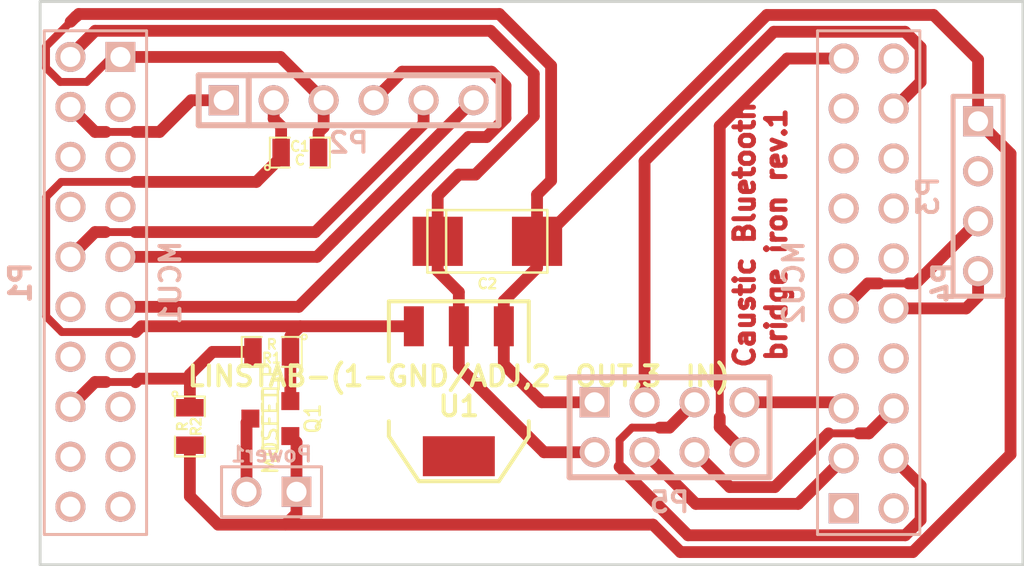
<source format=kicad_pcb>
(kicad_pcb (version 3) (host pcbnew "(2013-may-18)-stable")

  (general
    (links 31)
    (no_connects 0)
    (area 0 0 0 0)
    (thickness 1.6)
    (drawings 7)
    (tracks 165)
    (zones 0)
    (modules 12)
    (nets 18)
  )

  (page A3)
  (layers
    (15 F.Cu signal)
    (0 B.Cu signal)
    (16 B.Adhes user)
    (17 F.Adhes user)
    (18 B.Paste user)
    (19 F.Paste user)
    (20 B.SilkS user)
    (21 F.SilkS user)
    (22 B.Mask user)
    (23 F.Mask user)
    (24 Dwgs.User user)
    (25 Cmts.User user)
    (26 Eco1.User user)
    (27 Eco2.User user)
    (28 Edge.Cuts user)
  )

  (setup
    (last_trace_width 0.6)
    (trace_clearance 0.254)
    (zone_clearance 0.508)
    (zone_45_only no)
    (trace_min 0.254)
    (segment_width 0.2)
    (edge_width 0.15)
    (via_size 0.889)
    (via_drill 0.635)
    (via_min_size 0.889)
    (via_min_drill 0.508)
    (uvia_size 0.508)
    (uvia_drill 0.127)
    (uvias_allowed no)
    (uvia_min_size 0.508)
    (uvia_min_drill 0.127)
    (pcb_text_width 0.3)
    (pcb_text_size 1 1)
    (mod_edge_width 0.15)
    (mod_text_size 1 1)
    (mod_text_width 0.15)
    (pad_size 1 1)
    (pad_drill 0.6)
    (pad_to_mask_clearance 0)
    (aux_axis_origin 0 0)
    (visible_elements FFFFFFBF)
    (pcbplotparams
      (layerselection 3178497)
      (usegerberextensions true)
      (excludeedgelayer true)
      (linewidth 0.150000)
      (plotframeref false)
      (viasonmask false)
      (mode 1)
      (useauxorigin false)
      (hpglpennumber 1)
      (hpglpenspeed 20)
      (hpglpendiameter 15)
      (hpglpenoverlay 2)
      (psnegative false)
      (psa4output false)
      (plotreference true)
      (plotvalue true)
      (plotothertext true)
      (plotinvisibletext false)
      (padsonsilk false)
      (subtractmaskfromsilk false)
      (outputformat 1)
      (mirror false)
      (drillshape 1)
      (scaleselection 1)
      (outputdirectory ""))
  )

  (net 0 "")
  (net 1 +3.3V)
  (net 2 +BATT)
  (net 3 GND)
  (net 4 N-000001)
  (net 5 N-0000010)
  (net 6 N-0000011)
  (net 7 N-0000012)
  (net 8 N-0000013)
  (net 9 N-0000014)
  (net 10 N-0000015)
  (net 11 N-0000017)
  (net 12 N-0000038)
  (net 13 N-000005)
  (net 14 N-000006)
  (net 15 N-000007)
  (net 16 N-000008)
  (net 17 N-000009)

  (net_class Default "This is the default net class."
    (clearance 0.254)
    (trace_width 0.6)
    (via_dia 0.889)
    (via_drill 0.635)
    (uvia_dia 0.508)
    (uvia_drill 0.127)
    (add_net "")
    (add_net +3.3V)
    (add_net +BATT)
    (add_net GND)
    (add_net N-000001)
    (add_net N-0000010)
    (add_net N-0000011)
    (add_net N-0000012)
    (add_net N-0000013)
    (add_net N-0000014)
    (add_net N-0000015)
    (add_net N-0000017)
    (add_net N-0000038)
    (add_net N-000005)
    (add_net N-000006)
    (add_net N-000007)
    (add_net N-000008)
    (add_net N-000009)
  )

  (module SOT23GDS (layer F.Cu) (tedit 50911E03) (tstamp 55EAE32E)
    (at 74.39 66.01 270)
    (descr "Module CMS SOT23 Transistore EBC")
    (tags "CMS SOT")
    (path /55EADD1E)
    (attr smd)
    (fp_text reference Q1 (at 0 -2.159 270) (layer F.SilkS)
      (effects (font (size 0.762 0.762) (thickness 0.12954)))
    )
    (fp_text value MOSFET_P (at 0 0 270) (layer F.SilkS)
      (effects (font (size 0.762 0.762) (thickness 0.12954)))
    )
    (fp_line (start -1.524 -0.381) (end 1.524 -0.381) (layer F.SilkS) (width 0.11938))
    (fp_line (start 1.524 -0.381) (end 1.524 0.381) (layer F.SilkS) (width 0.11938))
    (fp_line (start 1.524 0.381) (end -1.524 0.381) (layer F.SilkS) (width 0.11938))
    (fp_line (start -1.524 0.381) (end -1.524 -0.381) (layer F.SilkS) (width 0.11938))
    (pad S smd rect (at -0.889 -1.016 270) (size 0.9144 0.9144)
      (layers F.Cu F.Paste F.Mask)
      (net 2 +BATT)
    )
    (pad G smd rect (at 0.889 -1.016 270) (size 0.9144 0.9144)
      (layers F.Cu F.Paste F.Mask)
      (net 3 GND)
    )
    (pad D smd rect (at 0 1.016 270) (size 0.9144 0.9144)
      (layers F.Cu F.Paste F.Mask)
      (net 9 N-0000014)
    )
    (model smd/cms_sot23.wrl
      (at (xyz 0 0 0))
      (scale (xyz 0.13 0.15 0.15))
      (rotate (xyz 0 0 0))
    )
  )

  (module SOT223 (layer F.Cu) (tedit 200000) (tstamp 55EAE368)
    (at 83.97 64.62 180)
    (descr "module CMS SOT223 4 pins")
    (tags "CMS SOT")
    (path /55EAD15D)
    (attr smd)
    (fp_text reference U1 (at 0 -0.762 180) (layer F.SilkS)
      (effects (font (size 1.016 1.016) (thickness 0.2032)))
    )
    (fp_text value "LINSTAB-(1-GND/ADJ,2-OUT,3-IN)" (at 0 0.762 180) (layer F.SilkS)
      (effects (font (size 1.016 1.016) (thickness 0.2032)))
    )
    (fp_line (start -3.556 1.524) (end -3.556 4.572) (layer F.SilkS) (width 0.2032))
    (fp_line (start -3.556 4.572) (end 3.556 4.572) (layer F.SilkS) (width 0.2032))
    (fp_line (start 3.556 4.572) (end 3.556 1.524) (layer F.SilkS) (width 0.2032))
    (fp_line (start -3.556 -1.524) (end -3.556 -2.286) (layer F.SilkS) (width 0.2032))
    (fp_line (start -3.556 -2.286) (end -2.032 -4.572) (layer F.SilkS) (width 0.2032))
    (fp_line (start -2.032 -4.572) (end 2.032 -4.572) (layer F.SilkS) (width 0.2032))
    (fp_line (start 2.032 -4.572) (end 3.556 -2.286) (layer F.SilkS) (width 0.2032))
    (fp_line (start 3.556 -2.286) (end 3.556 -1.524) (layer F.SilkS) (width 0.2032))
    (pad 4 smd rect (at 0 -3.302 180) (size 3.6576 2.032)
      (layers F.Cu F.Paste F.Mask)
    )
    (pad 2 smd rect (at 0 3.302 180) (size 1.016 2.032)
      (layers F.Cu F.Paste F.Mask)
      (net 1 +3.3V)
    )
    (pad 3 smd rect (at 2.286 3.302 180) (size 1.016 2.032)
      (layers F.Cu F.Paste F.Mask)
      (net 2 +BATT)
    )
    (pad 1 smd rect (at -2.286 3.302 180) (size 1.016 2.032)
      (layers F.Cu F.Paste F.Mask)
      (net 3 GND)
    )
    (model smd/SOT223.wrl
      (at (xyz 0 0 0))
      (scale (xyz 0.4 0.4 0.4))
      (rotate (xyz 0 0 0))
    )
  )

  (module SM0805 (layer F.Cu) (tedit 5091495C) (tstamp 55EAE5DC)
    (at 74.46 62.62 180)
    (path /55EAD8EA)
    (attr smd)
    (fp_text reference R1 (at 0 -0.3175 180) (layer F.SilkS)
      (effects (font (size 0.50038 0.50038) (thickness 0.10922)))
    )
    (fp_text value R (at 0 0.381 180) (layer F.SilkS)
      (effects (font (size 0.50038 0.50038) (thickness 0.10922)))
    )
    (fp_circle (center -1.651 0.762) (end -1.651 0.635) (layer F.SilkS) (width 0.09906))
    (fp_line (start -0.508 0.762) (end -1.524 0.762) (layer F.SilkS) (width 0.09906))
    (fp_line (start -1.524 0.762) (end -1.524 -0.762) (layer F.SilkS) (width 0.09906))
    (fp_line (start -1.524 -0.762) (end -0.508 -0.762) (layer F.SilkS) (width 0.09906))
    (fp_line (start 0.508 -0.762) (end 1.524 -0.762) (layer F.SilkS) (width 0.09906))
    (fp_line (start 1.524 -0.762) (end 1.524 0.762) (layer F.SilkS) (width 0.09906))
    (fp_line (start 1.524 0.762) (end 0.508 0.762) (layer F.SilkS) (width 0.09906))
    (pad 1 smd rect (at -0.9525 0 180) (size 0.889 1.397)
      (layers F.Cu F.Paste F.Mask)
      (net 2 +BATT)
    )
    (pad 2 smd rect (at 0.9525 0 180) (size 0.889 1.397)
      (layers F.Cu F.Paste F.Mask)
      (net 12 N-0000038)
    )
    (model smd/chip_cms.wrl
      (at (xyz 0 0 0))
      (scale (xyz 0.1 0.1 0.1))
      (rotate (xyz 0 0 0))
    )
  )

  (module SM0805 (layer F.Cu) (tedit 5091495C) (tstamp 55EAE5EA)
    (at 70.3 66.41 270)
    (path /55EAD8F9)
    (attr smd)
    (fp_text reference R2 (at 0 -0.3175 270) (layer F.SilkS)
      (effects (font (size 0.50038 0.50038) (thickness 0.10922)))
    )
    (fp_text value R (at 0 0.381 270) (layer F.SilkS)
      (effects (font (size 0.50038 0.50038) (thickness 0.10922)))
    )
    (fp_circle (center -1.651 0.762) (end -1.651 0.635) (layer F.SilkS) (width 0.09906))
    (fp_line (start -0.508 0.762) (end -1.524 0.762) (layer F.SilkS) (width 0.09906))
    (fp_line (start -1.524 0.762) (end -1.524 -0.762) (layer F.SilkS) (width 0.09906))
    (fp_line (start -1.524 -0.762) (end -0.508 -0.762) (layer F.SilkS) (width 0.09906))
    (fp_line (start 0.508 -0.762) (end 1.524 -0.762) (layer F.SilkS) (width 0.09906))
    (fp_line (start 1.524 -0.762) (end 1.524 0.762) (layer F.SilkS) (width 0.09906))
    (fp_line (start 1.524 0.762) (end 0.508 0.762) (layer F.SilkS) (width 0.09906))
    (pad 1 smd rect (at -0.9525 0 270) (size 0.889 1.397)
      (layers F.Cu F.Paste F.Mask)
      (net 12 N-0000038)
    )
    (pad 2 smd rect (at 0.9525 0 270) (size 0.889 1.397)
      (layers F.Cu F.Paste F.Mask)
      (net 3 GND)
    )
    (model smd/chip_cms.wrl
      (at (xyz 0 0 0))
      (scale (xyz 0.1 0.1 0.1))
      (rotate (xyz 0 0 0))
    )
  )

  (module SM0805 (layer F.Cu) (tedit 5091495C) (tstamp 55EADF8C)
    (at 75.89 52.49)
    (path /55EADD1A)
    (attr smd)
    (fp_text reference C1 (at 0 -0.3175) (layer F.SilkS)
      (effects (font (size 0.50038 0.50038) (thickness 0.10922)))
    )
    (fp_text value C (at 0 0.381) (layer F.SilkS)
      (effects (font (size 0.50038 0.50038) (thickness 0.10922)))
    )
    (fp_circle (center -1.651 0.762) (end -1.651 0.635) (layer F.SilkS) (width 0.09906))
    (fp_line (start -0.508 0.762) (end -1.524 0.762) (layer F.SilkS) (width 0.09906))
    (fp_line (start -1.524 0.762) (end -1.524 -0.762) (layer F.SilkS) (width 0.09906))
    (fp_line (start -1.524 -0.762) (end -0.508 -0.762) (layer F.SilkS) (width 0.09906))
    (fp_line (start 0.508 -0.762) (end 1.524 -0.762) (layer F.SilkS) (width 0.09906))
    (fp_line (start 1.524 -0.762) (end 1.524 0.762) (layer F.SilkS) (width 0.09906))
    (fp_line (start 1.524 0.762) (end 0.508 0.762) (layer F.SilkS) (width 0.09906))
    (pad 1 smd rect (at -0.9525 0) (size 0.889 1.397)
      (layers F.Cu F.Paste F.Mask)
      (net 2 +BATT)
    )
    (pad 2 smd rect (at 0.9525 0) (size 0.889 1.397)
      (layers F.Cu F.Paste F.Mask)
      (net 3 GND)
    )
    (model smd/chip_cms.wrl
      (at (xyz 0 0 0))
      (scale (xyz 0.1 0.1 0.1))
      (rotate (xyz 0 0 0))
    )
  )

  (module pin_array_4x2 (layer B.Cu) (tedit 3FAB90E6) (tstamp 55EAE243)
    (at 94.68 66.45)
    (descr "Double rangee de contacts 2 x 4 pins")
    (tags CONN)
    (path /55EAD994)
    (fp_text reference P5 (at 0 3.81) (layer B.SilkS)
      (effects (font (size 1.016 1.016) (thickness 0.2032)) (justify mirror))
    )
    (fp_text value NRF24L01 (at 0 -3.81) (layer B.SilkS) hide
      (effects (font (size 1.016 1.016) (thickness 0.2032)) (justify mirror))
    )
    (fp_line (start -5.08 2.54) (end 5.08 2.54) (layer B.SilkS) (width 0.3048))
    (fp_line (start 5.08 2.54) (end 5.08 -2.54) (layer B.SilkS) (width 0.3048))
    (fp_line (start 5.08 -2.54) (end -5.08 -2.54) (layer B.SilkS) (width 0.3048))
    (fp_line (start -5.08 -2.54) (end -5.08 2.54) (layer B.SilkS) (width 0.3048))
    (pad 1 thru_hole rect (at -3.81 -1.27) (size 1.524 1.524) (drill 1.016)
      (layers *.Cu *.Mask B.SilkS)
      (net 3 GND)
    )
    (pad 2 thru_hole circle (at -3.81 1.27) (size 1.524 1.524) (drill 1.016)
      (layers *.Cu *.Mask B.SilkS)
      (net 1 +3.3V)
    )
    (pad 3 thru_hole circle (at -1.27 -1.27) (size 1.524 1.524) (drill 1.016)
      (layers *.Cu *.Mask B.SilkS)
      (net 4 N-000001)
    )
    (pad 4 thru_hole circle (at -1.27 1.27) (size 1.524 1.524) (drill 1.016)
      (layers *.Cu *.Mask B.SilkS)
      (net 6 N-0000011)
    )
    (pad 5 thru_hole circle (at 1.27 -1.27) (size 1.524 1.524) (drill 1.016)
      (layers *.Cu *.Mask B.SilkS)
      (net 15 N-000007)
    )
    (pad 6 thru_hole circle (at 1.27 1.27) (size 1.524 1.524) (drill 1.016)
      (layers *.Cu *.Mask B.SilkS)
      (net 16 N-000008)
    )
    (pad 7 thru_hole circle (at 3.81 -1.27) (size 1.524 1.524) (drill 1.016)
      (layers *.Cu *.Mask B.SilkS)
      (net 17 N-000009)
    )
    (pad 8 thru_hole circle (at 3.81 1.27) (size 1.524 1.524) (drill 1.016)
      (layers *.Cu *.Mask B.SilkS)
      (net 5 N-0000010)
    )
    (model pin_array/pins_array_4x2.wrl
      (at (xyz 0 0 0))
      (scale (xyz 1 1 1))
      (rotate (xyz 0 0 0))
    )
  )

  (module PIN_ARRAY_4x1 (layer B.Cu) (tedit 4C10F42E) (tstamp 55EADFA8)
    (at 110.36 54.71 270)
    (descr "Double rangee de contacts 2 x 5 pins")
    (tags CONN)
    (path /55EADADC)
    (fp_text reference P3 (at 0 2.54 270) (layer B.SilkS)
      (effects (font (size 1.016 1.016) (thickness 0.2032)) (justify mirror))
    )
    (fp_text value UART1 (at 0 -2.54 270) (layer B.SilkS) hide
      (effects (font (size 1.016 1.016) (thickness 0.2032)) (justify mirror))
    )
    (fp_line (start 5.08 -1.27) (end -5.08 -1.27) (layer B.SilkS) (width 0.254))
    (fp_line (start 5.08 1.27) (end -5.08 1.27) (layer B.SilkS) (width 0.254))
    (fp_line (start -5.08 1.27) (end -5.08 -1.27) (layer B.SilkS) (width 0.254))
    (fp_line (start 5.08 -1.27) (end 5.08 1.27) (layer B.SilkS) (width 0.254))
    (pad 1 thru_hole rect (at -3.81 0 270) (size 1.524 1.524) (drill 1.016)
      (layers *.Cu *.Mask B.SilkS)
      (net 3 GND)
    )
    (pad 2 thru_hole circle (at -1.27 0 270) (size 1.524 1.524) (drill 1.016)
      (layers *.Cu *.Mask B.SilkS)
    )
    (pad 3 thru_hole circle (at 1.27 0 270) (size 1.524 1.524) (drill 1.016)
      (layers *.Cu *.Mask B.SilkS)
      (net 13 N-000005)
    )
    (pad 4 thru_hole circle (at 3.81 0 270) (size 1.524 1.524) (drill 1.016)
      (layers *.Cu *.Mask B.SilkS)
      (net 14 N-000006)
    )
    (model pin_array\pins_array_4x1.wrl
      (at (xyz 0 0 0))
      (scale (xyz 1 1 1))
      (rotate (xyz 0 0 0))
    )
  )

  (module PIN_ARRAY_2X1 (layer B.Cu) (tedit 4565C520) (tstamp 55EADFB2)
    (at 74.45 69.73 180)
    (descr "Connecteurs 2 pins")
    (tags "CONN DEV")
    (path /55EAD16C)
    (fp_text reference Power1 (at 0 1.905 180) (layer B.SilkS)
      (effects (font (size 0.762 0.762) (thickness 0.1524)) (justify mirror))
    )
    (fp_text value CONN_2 (at 0 1.905 180) (layer B.SilkS) hide
      (effects (font (size 0.762 0.762) (thickness 0.1524)) (justify mirror))
    )
    (fp_line (start -2.54 -1.27) (end -2.54 1.27) (layer B.SilkS) (width 0.1524))
    (fp_line (start -2.54 1.27) (end 2.54 1.27) (layer B.SilkS) (width 0.1524))
    (fp_line (start 2.54 1.27) (end 2.54 -1.27) (layer B.SilkS) (width 0.1524))
    (fp_line (start 2.54 -1.27) (end -2.54 -1.27) (layer B.SilkS) (width 0.1524))
    (pad 1 thru_hole rect (at -1.27 0 180) (size 1.524 1.524) (drill 1.016)
      (layers *.Cu *.Mask B.SilkS)
      (net 3 GND)
    )
    (pad 2 thru_hole circle (at 1.27 0 180) (size 1.524 1.524) (drill 1.016)
      (layers *.Cu *.Mask B.SilkS)
      (net 9 N-0000014)
    )
    (model pin_array/pins_array_2x1.wrl
      (at (xyz 0 0 0))
      (scale (xyz 1 1 1))
      (rotate (xyz 0 0 0))
    )
  )

  (module pin_array_10x2 (layer B.Cu) (tedit 5564B49A) (tstamp 55EADFCE)
    (at 65.5 59.1 270)
    (tags CONN)
    (path /55EAD13E)
    (fp_text reference P1 (at 0 3.81 270) (layer B.SilkS)
      (effects (font (size 1.016 1.016) (thickness 0.254)) (justify mirror))
    )
    (fp_text value MCU1 (at 0 -3.81 270) (layer B.SilkS)
      (effects (font (size 1.016 1.016) (thickness 0.2032)) (justify mirror))
    )
    (fp_line (start -12.8 2.6) (end 12.8 2.6) (layer B.SilkS) (width 0.15))
    (fp_line (start 12.8 2.6) (end 12.8 -2.6) (layer B.SilkS) (width 0.15))
    (fp_line (start 12.8 -2.6) (end -12.8 -2.6) (layer B.SilkS) (width 0.15))
    (fp_line (start -12.8 -2.6) (end -12.8 2.6) (layer B.SilkS) (width 0.15))
    (pad 1 thru_hole rect (at -11.47 -1.27 270) (size 1.524 1.524) (drill 1.016)
      (layers *.Cu *.Mask B.SilkS)
      (net 3 GND)
    )
    (pad 2 thru_hole circle (at -11.47 1.27 270) (size 1.524 1.524) (drill 1.016)
      (layers *.Cu *.Mask B.SilkS)
      (net 1 +3.3V)
    )
    (pad 3 thru_hole circle (at -8.93 -1.27 270) (size 1.524 1.524) (drill 1.016)
      (layers *.Cu *.Mask B.SilkS)
    )
    (pad 4 thru_hole circle (at -8.93 1.27 270) (size 1.524 1.524) (drill 1.016)
      (layers *.Cu *.Mask B.SilkS)
      (net 8 N-0000013)
    )
    (pad 5 thru_hole circle (at -6.39 -1.27 270) (size 1.524 1.524) (drill 1.016)
      (layers *.Cu *.Mask B.SilkS)
    )
    (pad 6 thru_hole circle (at -6.39 1.27 270) (size 1.524 1.524) (drill 1.016)
      (layers *.Cu *.Mask B.SilkS)
    )
    (pad 7 thru_hole circle (at -3.85 -1.27 270) (size 1.524 1.524) (drill 1.016)
      (layers *.Cu *.Mask B.SilkS)
    )
    (pad 8 thru_hole circle (at -3.85 1.27 270) (size 1.524 1.524) (drill 1.016)
      (layers *.Cu *.Mask B.SilkS)
    )
    (pad 9 thru_hole circle (at -1.31 -1.27 270) (size 1.524 1.524) (drill 1.016)
      (layers *.Cu *.Mask B.SilkS)
      (net 7 N-0000012)
    )
    (pad 10 thru_hole circle (at -1.31 1.27 270) (size 1.524 1.524) (drill 1.016)
      (layers *.Cu *.Mask B.SilkS)
      (net 11 N-0000017)
    )
    (pad 11 thru_hole circle (at 1.23 -1.27 270) (size 1.524 1.524) (drill 1.016)
      (layers *.Cu *.Mask B.SilkS)
      (net 10 N-0000015)
    )
    (pad 12 thru_hole circle (at 1.23 1.27 270) (size 1.524 1.524) (drill 1.016)
      (layers *.Cu *.Mask B.SilkS)
    )
    (pad 13 thru_hole circle (at 3.77 -1.27 270) (size 1.524 1.524) (drill 1.016)
      (layers *.Cu *.Mask B.SilkS)
    )
    (pad 14 thru_hole circle (at 3.77 1.27 270) (size 1.524 1.524) (drill 1.016)
      (layers *.Cu *.Mask B.SilkS)
    )
    (pad 15 thru_hole circle (at 6.31 -1.27 270) (size 1.524 1.524) (drill 1.016)
      (layers *.Cu *.Mask B.SilkS)
    )
    (pad 16 thru_hole circle (at 6.31 1.27 270) (size 1.524 1.524) (drill 1.016)
      (layers *.Cu *.Mask B.SilkS)
      (net 12 N-0000038)
    )
    (pad 17 thru_hole circle (at 8.85 -1.27 270) (size 1.524 1.524) (drill 1.016)
      (layers *.Cu *.Mask B.SilkS)
    )
    (pad 18 thru_hole circle (at 8.85 1.27 270) (size 1.524 1.524) (drill 1.016)
      (layers *.Cu *.Mask B.SilkS)
    )
    (pad 19 thru_hole circle (at 11.39 -1.27 270) (size 1.524 1.524) (drill 1.016)
      (layers *.Cu *.Mask B.SilkS)
    )
    (pad 20 thru_hole circle (at 11.39 1.27 270) (size 1.524 1.524) (drill 1.016)
      (layers *.Cu *.Mask B.SilkS)
    )
  )

  (module pin_array_10x2 (layer B.Cu) (tedit 5564B49A) (tstamp 55EADFEA)
    (at 104.8 59.1 90)
    (tags CONN)
    (path /55EAD14D)
    (fp_text reference P4 (at 0 3.81 90) (layer B.SilkS)
      (effects (font (size 1.016 1.016) (thickness 0.254)) (justify mirror))
    )
    (fp_text value MCU2 (at 0 -3.81 90) (layer B.SilkS)
      (effects (font (size 1.016 1.016) (thickness 0.2032)) (justify mirror))
    )
    (fp_line (start -12.8 2.6) (end 12.8 2.6) (layer B.SilkS) (width 0.15))
    (fp_line (start 12.8 2.6) (end 12.8 -2.6) (layer B.SilkS) (width 0.15))
    (fp_line (start 12.8 -2.6) (end -12.8 -2.6) (layer B.SilkS) (width 0.15))
    (fp_line (start -12.8 -2.6) (end -12.8 2.6) (layer B.SilkS) (width 0.15))
    (pad 1 thru_hole rect (at -11.47 -1.27 90) (size 1.524 1.524) (drill 1.016)
      (layers *.Cu *.Mask B.SilkS)
    )
    (pad 2 thru_hole circle (at -11.47 1.27 90) (size 1.524 1.524) (drill 1.016)
      (layers *.Cu *.Mask B.SilkS)
    )
    (pad 3 thru_hole circle (at -8.93 -1.27 90) (size 1.524 1.524) (drill 1.016)
      (layers *.Cu *.Mask B.SilkS)
      (net 6 N-0000011)
    )
    (pad 4 thru_hole circle (at -8.93 1.27 90) (size 1.524 1.524) (drill 1.016)
      (layers *.Cu *.Mask B.SilkS)
      (net 15 N-000007)
    )
    (pad 5 thru_hole circle (at -6.39 -1.27 90) (size 1.524 1.524) (drill 1.016)
      (layers *.Cu *.Mask B.SilkS)
      (net 17 N-000009)
    )
    (pad 6 thru_hole circle (at -6.39 1.27 90) (size 1.524 1.524) (drill 1.016)
      (layers *.Cu *.Mask B.SilkS)
      (net 16 N-000008)
    )
    (pad 7 thru_hole circle (at -3.85 -1.27 90) (size 1.524 1.524) (drill 1.016)
      (layers *.Cu *.Mask B.SilkS)
    )
    (pad 8 thru_hole circle (at -3.85 1.27 90) (size 1.524 1.524) (drill 1.016)
      (layers *.Cu *.Mask B.SilkS)
    )
    (pad 9 thru_hole circle (at -1.31 -1.27 90) (size 1.524 1.524) (drill 1.016)
      (layers *.Cu *.Mask B.SilkS)
      (net 13 N-000005)
    )
    (pad 10 thru_hole circle (at -1.31 1.27 90) (size 1.524 1.524) (drill 1.016)
      (layers *.Cu *.Mask B.SilkS)
      (net 14 N-000006)
    )
    (pad 11 thru_hole circle (at 1.23 -1.27 90) (size 1.524 1.524) (drill 1.016)
      (layers *.Cu *.Mask B.SilkS)
    )
    (pad 12 thru_hole circle (at 1.23 1.27 90) (size 1.524 1.524) (drill 1.016)
      (layers *.Cu *.Mask B.SilkS)
    )
    (pad 13 thru_hole circle (at 3.77 -1.27 90) (size 1.524 1.524) (drill 1.016)
      (layers *.Cu *.Mask B.SilkS)
    )
    (pad 14 thru_hole circle (at 3.77 1.27 90) (size 1.524 1.524) (drill 1.016)
      (layers *.Cu *.Mask B.SilkS)
    )
    (pad 15 thru_hole circle (at 6.31 -1.27 90) (size 1.524 1.524) (drill 1.016)
      (layers *.Cu *.Mask B.SilkS)
    )
    (pad 16 thru_hole circle (at 6.31 1.27 90) (size 1.524 1.524) (drill 1.016)
      (layers *.Cu *.Mask B.SilkS)
    )
    (pad 17 thru_hole circle (at 8.85 -1.27 90) (size 1.524 1.524) (drill 1.016)
      (layers *.Cu *.Mask B.SilkS)
    )
    (pad 18 thru_hole circle (at 8.85 1.27 90) (size 1.524 1.524) (drill 1.016)
      (layers *.Cu *.Mask B.SilkS)
      (net 4 N-000001)
    )
    (pad 19 thru_hole circle (at 11.39 -1.27 90) (size 1.524 1.524) (drill 1.016)
      (layers *.Cu *.Mask B.SilkS)
      (net 5 N-0000010)
    )
    (pad 20 thru_hole circle (at 11.39 1.27 90) (size 1.524 1.524) (drill 1.016)
      (layers *.Cu *.Mask B.SilkS)
    )
  )

  (module PIN_ARRAY-6X1 (layer B.Cu) (tedit 41402119) (tstamp 55EADFF9)
    (at 78.37 49.83)
    (descr "Connecteur 6 pins")
    (tags "CONN DEV")
    (path /55EADB8E)
    (fp_text reference P2 (at 0 2.159) (layer B.SilkS)
      (effects (font (size 1.016 1.016) (thickness 0.2032)) (justify mirror))
    )
    (fp_text value Bluetooth (at 0 -2.159) (layer B.SilkS) hide
      (effects (font (size 1.016 0.889) (thickness 0.2032)) (justify mirror))
    )
    (fp_line (start -7.62 -1.27) (end -7.62 1.27) (layer B.SilkS) (width 0.3048))
    (fp_line (start -7.62 1.27) (end 7.62 1.27) (layer B.SilkS) (width 0.3048))
    (fp_line (start 7.62 1.27) (end 7.62 -1.27) (layer B.SilkS) (width 0.3048))
    (fp_line (start 7.62 -1.27) (end -7.62 -1.27) (layer B.SilkS) (width 0.3048))
    (fp_line (start -5.08 -1.27) (end -5.08 1.27) (layer B.SilkS) (width 0.3048))
    (pad 1 thru_hole rect (at -6.35 0) (size 1.524 1.524) (drill 1.016)
      (layers *.Cu *.Mask B.SilkS)
      (net 8 N-0000013)
    )
    (pad 2 thru_hole circle (at -3.81 0) (size 1.524 1.524) (drill 1.016)
      (layers *.Cu *.Mask B.SilkS)
      (net 2 +BATT)
    )
    (pad 3 thru_hole circle (at -1.27 0) (size 1.524 1.524) (drill 1.016)
      (layers *.Cu *.Mask B.SilkS)
      (net 3 GND)
    )
    (pad 4 thru_hole circle (at 1.27 0) (size 1.524 1.524) (drill 1.016)
      (layers *.Cu *.Mask B.SilkS)
      (net 10 N-0000015)
    )
    (pad 5 thru_hole circle (at 3.81 0) (size 1.524 1.524) (drill 1.016)
      (layers *.Cu *.Mask B.SilkS)
      (net 11 N-0000017)
    )
    (pad 6 thru_hole circle (at 6.35 0) (size 1.524 1.524) (drill 1.016)
      (layers *.Cu *.Mask B.SilkS)
      (net 7 N-0000012)
    )
    (model pin_array/pins_array_6x1.wrl
      (at (xyz 0 0 0))
      (scale (xyz 1 1 1))
      (rotate (xyz 0 0 0))
    )
  )

  (module c_tant_C (layer F.Cu) (tedit 4D5D91B9) (tstamp 55EAE357)
    (at 85.42 57 180)
    (descr "SMT capacitor, tantalum size C")
    (path /55EAD187)
    (fp_text reference C2 (at 0 -2.159 180) (layer F.SilkS)
      (effects (font (size 0.50038 0.50038) (thickness 0.11938)))
    )
    (fp_text value CP1 (at 0 2.0955 180) (layer F.SilkS) hide
      (effects (font (size 0.50038 0.50038) (thickness 0.11938)))
    )
    (fp_line (start 2.0955 -1.5875) (end 2.0955 1.5875) (layer F.SilkS) (width 0.127))
    (fp_line (start -3.048 -1.5875) (end -3.048 1.5875) (layer F.SilkS) (width 0.127))
    (fp_line (start -3.048 1.5875) (end 3.048 1.5875) (layer F.SilkS) (width 0.127))
    (fp_line (start 3.048 1.5875) (end 3.048 -1.5875) (layer F.SilkS) (width 0.127))
    (fp_line (start 3.048 -1.5875) (end -3.048 -1.5875) (layer F.SilkS) (width 0.127))
    (pad 1 smd rect (at 2.52476 0 180) (size 2.55016 2.49936)
      (layers F.Cu F.Paste F.Mask)
      (net 1 +3.3V)
    )
    (pad 2 smd rect (at -2.52476 0 180) (size 2.55016 2.49936)
      (layers F.Cu F.Paste F.Mask)
      (net 3 GND)
    )
    (model smd/capacitors/c_tant_C.wrl
      (at (xyz 0 0 0))
      (scale (xyz 1 1 1))
      (rotate (xyz 0 0 0))
    )
  )

  (gr_text "Caustic Bluetooth\nbridge iron rev.1" (at 99.3 56.66 90) (layer F.Cu)
    (effects (font (size 1 1) (thickness 0.25)))
  )
  (gr_line (start 62.76 73.44) (end 62.69 73.44) (angle 90) (layer Edge.Cuts) (width 0.15))
  (gr_line (start 62.75 44.82) (end 62.74 44.82) (angle 90) (layer Edge.Cuts) (width 0.15))
  (gr_line (start 62.69 73.43) (end 62.69 44.81) (angle 90) (layer Edge.Cuts) (width 0.15))
  (gr_line (start 112.64 73.44) (end 62.75 73.44) (angle 90) (layer Edge.Cuts) (width 0.15))
  (gr_line (start 112.64 44.81) (end 112.64 73.44) (angle 90) (layer Edge.Cuts) (width 0.15))
  (gr_line (start 62.69 44.81) (end 112.64 44.81) (angle 90) (layer Edge.Cuts) (width 0.15))

  (segment (start 64.23 47.63) (end 64.23 47.56) (width 0.6) (layer F.Cu) (net 1))
  (segment (start 82.89524 54.67476) (end 82.89524 57) (width 0.6) (layer F.Cu) (net 1) (tstamp 55EAE4CC))
  (segment (start 83.96 53.61) (end 82.89524 54.67476) (width 0.6) (layer F.Cu) (net 1) (tstamp 55EAE4CA))
  (segment (start 84.81 53.61) (end 83.96 53.61) (width 0.6) (layer F.Cu) (net 1) (tstamp 55EAE4C7))
  (segment (start 87.78 50.64) (end 84.81 53.61) (width 0.6) (layer F.Cu) (net 1) (tstamp 55EAE4C0))
  (segment (start 87.78 48.5) (end 87.78 50.64) (width 0.6) (layer F.Cu) (net 1) (tstamp 55EAE4BF))
  (segment (start 85.58 46.3) (end 87.78 48.5) (width 0.6) (layer F.Cu) (net 1) (tstamp 55EAE4BA))
  (segment (start 65.49 46.3) (end 85.58 46.3) (width 0.6) (layer F.Cu) (net 1) (tstamp 55EAE4B8))
  (segment (start 64.23 47.56) (end 65.49 46.3) (width 0.6) (layer F.Cu) (net 1) (tstamp 55EAE4B7))
  (segment (start 83.97 61.318) (end 83.97 59.58) (width 0.6) (layer F.Cu) (net 1))
  (segment (start 82.89524 58.50524) (end 82.89524 57) (width 0.6) (layer F.Cu) (net 1) (tstamp 55EAE400))
  (segment (start 83.97 59.58) (end 82.89524 58.50524) (width 0.6) (layer F.Cu) (net 1) (tstamp 55EAE3FF))
  (segment (start 83.97 61.318) (end 83.97 63.39) (width 0.6) (layer F.Cu) (net 1))
  (segment (start 88.3 67.72) (end 90.87 67.72) (width 0.6) (layer F.Cu) (net 1) (tstamp 55EAE3B5))
  (segment (start 83.97 63.39) (end 88.3 67.72) (width 0.6) (layer F.Cu) (net 1) (tstamp 55EAE3B4))
  (segment (start 67.54 61.61) (end 63.79 61.61) (width 0.4) (layer F.Cu) (net 2))
  (segment (start 67.832 61.318) (end 67.54 61.61) (width 0.6) (layer F.Cu) (net 2) (tstamp 55EAE6D7))
  (segment (start 75.912 61.318) (end 67.832 61.318) (width 0.6) (layer F.Cu) (net 2) (tstamp 55EAE6E5))
  (segment (start 74.9375 52.7225) (end 73.68 53.98) (width 0.6) (layer F.Cu) (net 2) (tstamp 55EAE6EC) (status 400000))
  (segment (start 73.68 53.98) (end 67.51 53.98) (width 0.6) (layer F.Cu) (net 2) (tstamp 55EAE6EE))
  (segment (start 74.9375 52.7225) (end 74.9375 52.49) (width 0.6) (layer F.Cu) (net 2) (status C00000))
  (segment (start 63.76 53.98) (end 67.51 53.98) (width 0.4) (layer F.Cu) (net 2) (tstamp 55EAE716))
  (segment (start 63 54.74) (end 63.76 53.98) (width 0.4) (layer F.Cu) (net 2) (tstamp 55EAE713))
  (segment (start 63 60.82) (end 63 54.74) (width 0.4) (layer F.Cu) (net 2) (tstamp 55EAE70E))
  (segment (start 63.79 61.61) (end 63 60.82) (width 0.4) (layer F.Cu) (net 2) (tstamp 55EAE70A))
  (segment (start 75.4125 62.62) (end 75.4125 61.8175) (width 0.6) (layer F.Cu) (net 2) (status 400000))
  (segment (start 75.4125 61.8175) (end 75.912 61.318) (width 0.6) (layer F.Cu) (net 2) (tstamp 55EAE6DF))
  (segment (start 81.684 61.318) (end 75.912 61.318) (width 0.6) (layer F.Cu) (net 2) (status 400000))
  (segment (start 75.406 65.121) (end 75.406 62.6265) (width 0.6) (layer F.Cu) (net 2) (status C00000))
  (segment (start 75.406 62.6265) (end 75.4125 62.62) (width 0.6) (layer F.Cu) (net 2) (tstamp 55EAE641) (status C00000))
  (segment (start 74.9375 52.49) (end 74.9375 51.1525) (width 0.6) (layer F.Cu) (net 2))
  (segment (start 74.9375 51.1525) (end 74.56 50.775) (width 0.6) (layer F.Cu) (net 2) (tstamp 55EAE443))
  (segment (start 74.56 50.775) (end 74.56 49.83) (width 0.6) (layer F.Cu) (net 2) (tstamp 55EAE444))
  (segment (start 64.24 45.84) (end 64.51 45.57) (width 0.6) (layer F.Cu) (net 3))
  (segment (start 66.33 47.63) (end 65.06 48.9) (width 0.4) (layer F.Cu) (net 3) (tstamp 55EAE728) (status 400000))
  (segment (start 65.06 48.9) (end 63.71 48.9) (width 0.4) (layer F.Cu) (net 3) (tstamp 55EAE72A))
  (segment (start 63.71 48.9) (end 62.99 48.18) (width 0.4) (layer F.Cu) (net 3) (tstamp 55EAE72C))
  (segment (start 62.99 48.18) (end 62.99 47.09) (width 0.4) (layer F.Cu) (net 3) (tstamp 55EAE72F))
  (segment (start 62.99 47.09) (end 64.24 45.84) (width 0.4) (layer F.Cu) (net 3) (tstamp 55EAE731))
  (segment (start 66.77 47.63) (end 66.33 47.63) (width 0.4) (layer F.Cu) (net 3) (status C00000))
  (segment (start 87.94476 54.62524) (end 87.94476 57) (width 0.6) (layer F.Cu) (net 3) (tstamp 55EAE757) (status 800000))
  (segment (start 88.66 53.91) (end 87.94476 54.62524) (width 0.6) (layer F.Cu) (net 3) (tstamp 55EAE752))
  (segment (start 88.66 48.08) (end 88.66 53.91) (width 0.6) (layer F.Cu) (net 3) (tstamp 55EAE74E))
  (segment (start 86.025998 45.445998) (end 88.66 48.08) (width 0.6) (layer F.Cu) (net 3) (tstamp 55EAE745))
  (segment (start 64.654002 45.445998) (end 86.025998 45.445998) (width 0.6) (layer F.Cu) (net 3) (tstamp 55EAE742))
  (segment (start 64.53 45.57) (end 64.654002 45.445998) (width 0.6) (layer F.Cu) (net 3) (tstamp 55EAE740))
  (segment (start 64.51 45.57) (end 64.53 45.57) (width 0.6) (layer F.Cu) (net 3) (tstamp 55EAE73E))
  (segment (start 75.16 71.4) (end 93.84 71.4) (width 0.6) (layer F.Cu) (net 3))
  (segment (start 112.01 52.55) (end 110.36 50.9) (width 0.6) (layer F.Cu) (net 3) (tstamp 55EAE68B) (status 800000))
  (segment (start 112.01 67.83) (end 112.01 52.55) (width 0.6) (layer F.Cu) (net 3) (tstamp 55EAE685))
  (segment (start 107.045998 72.794002) (end 112.01 67.83) (width 0.6) (layer F.Cu) (net 3) (tstamp 55EAE682))
  (segment (start 95.234002 72.794002) (end 107.045998 72.794002) (width 0.6) (layer F.Cu) (net 3) (tstamp 55EAE681))
  (segment (start 93.84 71.4) (end 95.234002 72.794002) (width 0.6) (layer F.Cu) (net 3) (tstamp 55EAE67E))
  (segment (start 70.3 67.3625) (end 70.3 69.96) (width 0.6) (layer F.Cu) (net 3) (status 400000))
  (segment (start 75.72 70.84) (end 75.72 69.73) (width 0.6) (layer F.Cu) (net 3) (tstamp 55EAE64B) (status 800000))
  (segment (start 75.16 71.4) (end 75.72 70.84) (width 0.6) (layer F.Cu) (net 3) (tstamp 55EAE64A))
  (segment (start 71.74 71.4) (end 75.16 71.4) (width 0.6) (layer F.Cu) (net 3) (tstamp 55EAE649))
  (segment (start 70.3 69.96) (end 71.74 71.4) (width 0.6) (layer F.Cu) (net 3) (tstamp 55EAE648))
  (segment (start 75.72 69.73) (end 75.72 67.213) (width 0.6) (layer F.Cu) (net 3))
  (segment (start 75.72 67.213) (end 75.406 66.899) (width 0.6) (layer F.Cu) (net 3) (tstamp 55EAE4D7))
  (segment (start 76.8425 52.49) (end 76.8425 51.4575) (width 0.6) (layer F.Cu) (net 3))
  (segment (start 77.1 51.2) (end 77.1 49.83) (width 0.6) (layer F.Cu) (net 3) (tstamp 55EAE440))
  (segment (start 76.8425 51.4575) (end 77.1 51.2) (width 0.6) (layer F.Cu) (net 3) (tstamp 55EAE43F))
  (segment (start 86.256 61.318) (end 86.256 60.034) (width 0.6) (layer F.Cu) (net 3))
  (segment (start 86.256 60.034) (end 87.94476 58.34524) (width 0.6) (layer F.Cu) (net 3) (tstamp 55EAE3FA))
  (segment (start 87.94476 58.34524) (end 87.94476 57) (width 0.6) (layer F.Cu) (net 3) (tstamp 55EAE3FC))
  (segment (start 66.77 47.63) (end 74.9 47.63) (width 0.6) (layer F.Cu) (net 3))
  (segment (start 74.9 47.63) (end 77.1 49.83) (width 0.6) (layer F.Cu) (net 3) (tstamp 55EAE3E7))
  (segment (start 87.94476 57) (end 88.122258 57) (width 0.6) (layer F.Cu) (net 3))
  (segment (start 88.122258 57) (end 99.62626 45.495998) (width 0.6) (layer F.Cu) (net 3) (tstamp 55EAE3B9))
  (segment (start 99.62626 45.495998) (end 108.095998 45.495998) (width 0.6) (layer F.Cu) (net 3) (tstamp 55EAE3BA))
  (segment (start 108.095998 45.495998) (end 110.36 47.76) (width 0.6) (layer F.Cu) (net 3) (tstamp 55EAE3BC))
  (segment (start 110.36 47.76) (end 110.36 50.9) (width 0.6) (layer F.Cu) (net 3) (tstamp 55EAE3BD))
  (segment (start 86.256 61.318) (end 86.256 63.256) (width 0.6) (layer F.Cu) (net 3))
  (segment (start 88.18 65.18) (end 90.87 65.18) (width 0.6) (layer F.Cu) (net 3) (tstamp 55EAE3B1))
  (segment (start 86.256 63.256) (end 88.18 65.18) (width 0.6) (layer F.Cu) (net 3) (tstamp 55EAE3B0))
  (segment (start 106.07 50.25) (end 106.09 50.25) (width 0.6) (layer F.Cu) (net 4))
  (segment (start 93.41 52.92) (end 93.41 65.18) (width 0.6) (layer F.Cu) (net 4) (tstamp 55EAE3AB))
  (segment (start 99.98 46.35) (end 93.41 52.92) (width 0.6) (layer F.Cu) (net 4) (tstamp 55EAE3A9))
  (segment (start 106.65 46.35) (end 99.98 46.35) (width 0.6) (layer F.Cu) (net 4) (tstamp 55EAE3A8))
  (segment (start 107.44 47.14) (end 106.65 46.35) (width 0.6) (layer F.Cu) (net 4) (tstamp 55EAE3A7))
  (segment (start 107.44 48.9) (end 107.44 47.14) (width 0.6) (layer F.Cu) (net 4) (tstamp 55EAE3A6))
  (segment (start 106.09 50.25) (end 107.44 48.9) (width 0.6) (layer F.Cu) (net 4) (tstamp 55EAE3A5))
  (segment (start 97.23 65.95) (end 97.23 64.38) (width 0.4) (layer F.Cu) (net 5))
  (segment (start 98.49 67.71) (end 97.23 66.45) (width 0.6) (layer F.Cu) (net 5) (tstamp 55EAE397))
  (segment (start 97.23 66.45) (end 97.23 65.95) (width 0.6) (layer F.Cu) (net 5) (tstamp 55EAE398))
  (segment (start 98.49 67.72) (end 98.49 67.71) (width 0.6) (layer F.Cu) (net 5))
  (segment (start 100.66 47.71) (end 97.23 51.14) (width 0.6) (layer F.Cu) (net 5) (tstamp 55EAE3A0))
  (segment (start 97.23 51.14) (end 97.23 64.38) (width 0.6) (layer F.Cu) (net 5) (tstamp 55EAE3A1))
  (segment (start 100.66 47.71) (end 103.53 47.71) (width 0.6) (layer F.Cu) (net 5))
  (segment (start 93.41 67.72) (end 93.41 67.74) (width 0.6) (layer F.Cu) (net 6))
  (segment (start 101.215998 70.344002) (end 103.53 68.03) (width 0.6) (layer F.Cu) (net 6) (tstamp 55EAE37F))
  (segment (start 96.014002 70.344002) (end 101.215998 70.344002) (width 0.6) (layer F.Cu) (net 6) (tstamp 55EAE37D))
  (segment (start 93.41 67.74) (end 96.014002 70.344002) (width 0.6) (layer F.Cu) (net 6) (tstamp 55EAE37C))
  (segment (start 84.72 49.83) (end 81.36 53.19) (width 0.6) (layer F.Cu) (net 7))
  (segment (start 76.76 57.79) (end 66.77 57.79) (width 0.6) (layer F.Cu) (net 7) (tstamp 55EAE453))
  (segment (start 77.6 56.95) (end 76.76 57.79) (width 0.6) (layer F.Cu) (net 7) (tstamp 55EAE452))
  (segment (start 81.36 53.19) (end 77.6 56.95) (width 0.6) (layer F.Cu) (net 7) (tstamp 55EAE451))
  (segment (start 66.03 51.44) (end 67.52 51.44) (width 0.4) (layer F.Cu) (net 8))
  (segment (start 64.23 50.19) (end 65.48 51.44) (width 0.6) (layer F.Cu) (net 8) (tstamp 55EAE49A))
  (segment (start 65.48 51.44) (end 66.03 51.44) (width 0.6) (layer F.Cu) (net 8) (tstamp 55EAE49D))
  (segment (start 64.23 50.17) (end 64.23 50.19) (width 0.6) (layer F.Cu) (net 8))
  (segment (start 70.37 49.83) (end 68.76 51.44) (width 0.6) (layer F.Cu) (net 8) (tstamp 55EAE4A2))
  (segment (start 68.76 51.44) (end 67.52 51.44) (width 0.6) (layer F.Cu) (net 8) (tstamp 55EAE4A6))
  (segment (start 70.37 49.83) (end 72.02 49.83) (width 0.6) (layer F.Cu) (net 8))
  (segment (start 73.18 69.73) (end 73.18 66.204) (width 0.6) (layer F.Cu) (net 9))
  (segment (start 73.18 66.204) (end 73.374 66.01) (width 0.6) (layer F.Cu) (net 9) (tstamp 55EAE4D4))
  (segment (start 66.77 60.33) (end 75.83 60.33) (width 0.6) (layer F.Cu) (net 10))
  (segment (start 81.09 48.38) (end 79.64 49.83) (width 0.6) (layer F.Cu) (net 10) (tstamp 55EAE481))
  (segment (start 85.63 48.38) (end 81.09 48.38) (width 0.6) (layer F.Cu) (net 10) (tstamp 55EAE480))
  (segment (start 86.34 49.09) (end 85.63 48.38) (width 0.6) (layer F.Cu) (net 10) (tstamp 55EAE47E))
  (segment (start 86.34 50.74) (end 86.34 49.09) (width 0.6) (layer F.Cu) (net 10) (tstamp 55EAE47D))
  (segment (start 85.38 51.7) (end 86.34 50.74) (width 0.6) (layer F.Cu) (net 10) (tstamp 55EAE47C))
  (segment (start 84.46 51.7) (end 85.38 51.7) (width 0.6) (layer F.Cu) (net 10) (tstamp 55EAE47A))
  (segment (start 75.83 60.33) (end 84.46 51.7) (width 0.6) (layer F.Cu) (net 10) (tstamp 55EAE46F))
  (segment (start 66.01 56.53) (end 67.52 56.53) (width 0.4) (layer F.Cu) (net 11))
  (segment (start 64.23 57.78) (end 65.48 56.53) (width 0.6) (layer F.Cu) (net 11) (tstamp 55EAE448))
  (segment (start 65.48 56.53) (end 66.01 56.53) (width 0.6) (layer F.Cu) (net 11) (tstamp 55EAE449))
  (segment (start 64.23 57.79) (end 64.23 57.78) (width 0.6) (layer F.Cu) (net 11))
  (segment (start 82.18 51.03) (end 76.68 56.53) (width 0.6) (layer F.Cu) (net 11) (tstamp 55EAE44C))
  (segment (start 76.68 56.53) (end 67.52 56.53) (width 0.6) (layer F.Cu) (net 11) (tstamp 55EAE44D))
  (segment (start 82.18 51.03) (end 82.18 49.83) (width 0.6) (layer F.Cu) (net 11))
  (segment (start 66.03 64.15) (end 67.53 64.15) (width 0.4) (layer F.Cu) (net 12))
  (segment (start 64.23 65.4) (end 65.48 64.15) (width 0.6) (layer F.Cu) (net 12) (tstamp 55EAE652) (status 400000))
  (segment (start 65.48 64.15) (end 66.03 64.15) (width 0.6) (layer F.Cu) (net 12) (tstamp 55EAE653))
  (segment (start 64.23 65.41) (end 64.23 65.4) (width 0.6) (layer F.Cu) (net 12) (status C00000))
  (segment (start 67.72 63.98) (end 67.54 64.16) (width 0.6) (layer F.Cu) (net 12) (tstamp 55EAE65B))
  (segment (start 67.72 63.98) (end 70.3 63.98) (width 0.6) (layer F.Cu) (net 12))
  (segment (start 67.53 64.15) (end 67.54 64.16) (width 0.4) (layer F.Cu) (net 12) (tstamp 55EAE706))
  (segment (start 70.3 65.4575) (end 70.3 63.98) (width 0.6) (layer F.Cu) (net 12) (status 400000))
  (segment (start 70.3 63.98) (end 70.3 63.77) (width 0.6) (layer F.Cu) (net 12) (tstamp 55EAE659))
  (segment (start 71.45 62.62) (end 73.5075 62.62) (width 0.6) (layer F.Cu) (net 12) (tstamp 55EAE64F) (status 800000))
  (segment (start 70.3 63.77) (end 71.45 62.62) (width 0.6) (layer F.Cu) (net 12) (tstamp 55EAE64E))
  (segment (start 105.32 59.14) (end 106.83 59.14) (width 0.4) (layer F.Cu) (net 13))
  (segment (start 103.53 60.37) (end 104.76 59.14) (width 0.6) (layer F.Cu) (net 13) (tstamp 55EAE3CA))
  (segment (start 104.76 59.14) (end 105.32 59.14) (width 0.6) (layer F.Cu) (net 13) (tstamp 55EAE3CD))
  (segment (start 103.53 60.41) (end 103.53 60.37) (width 0.6) (layer F.Cu) (net 13))
  (segment (start 110.35 55.98) (end 107.19 59.14) (width 0.6) (layer F.Cu) (net 13) (tstamp 55EAE3D2))
  (segment (start 107.19 59.14) (end 106.83 59.14) (width 0.6) (layer F.Cu) (net 13) (tstamp 55EAE3D4))
  (segment (start 110.35 55.98) (end 110.36 55.98) (width 0.6) (layer F.Cu) (net 13))
  (segment (start 106.07 60.41) (end 109.75 60.41) (width 0.6) (layer F.Cu) (net 14))
  (segment (start 110.36 59.8) (end 110.36 58.52) (width 0.6) (layer F.Cu) (net 14) (tstamp 55EAE3C2))
  (segment (start 109.75 60.41) (end 110.36 59.8) (width 0.6) (layer F.Cu) (net 14) (tstamp 55EAE3C1))
  (segment (start 92.14 68.46) (end 92.14 67.1) (width 0.4) (layer F.Cu) (net 15))
  (segment (start 95.95 65.19) (end 94.67 66.47) (width 0.6) (layer F.Cu) (net 15) (tstamp 55EAE38B))
  (segment (start 94.67 66.47) (end 94.18 66.47) (width 0.6) (layer F.Cu) (net 15) (tstamp 55EAE38C))
  (segment (start 95.95 65.18) (end 95.95 65.19) (width 0.6) (layer F.Cu) (net 15))
  (segment (start 106.07 68.04) (end 107.44 69.41) (width 0.6) (layer F.Cu) (net 15) (tstamp 55EAE38F))
  (segment (start 107.44 69.41) (end 107.44 71.16) (width 0.6) (layer F.Cu) (net 15) (tstamp 55EAE390))
  (segment (start 107.44 71.16) (end 106.66 71.94) (width 0.6) (layer F.Cu) (net 15) (tstamp 55EAE391))
  (segment (start 106.66 71.94) (end 95.62 71.94) (width 0.6) (layer F.Cu) (net 15) (tstamp 55EAE392))
  (segment (start 95.62 71.94) (end 92.14 68.46) (width 0.6) (layer F.Cu) (net 15) (tstamp 55EAE393))
  (segment (start 106.07 68.04) (end 106.07 68.03) (width 0.6) (layer F.Cu) (net 15))
  (segment (start 92.77 66.47) (end 94.18 66.47) (width 0.4) (layer F.Cu) (net 15) (tstamp 55EAE5F2))
  (segment (start 92.14 67.1) (end 92.77 66.47) (width 0.4) (layer F.Cu) (net 15) (tstamp 55EAE5F1))
  (segment (start 102.76 66.76) (end 104.29 66.76) (width 0.4) (layer F.Cu) (net 16))
  (segment (start 95.97 67.72) (end 97.74 69.49) (width 0.6) (layer F.Cu) (net 16) (tstamp 55EAE36D))
  (segment (start 97.74 69.49) (end 100.03 69.49) (width 0.6) (layer F.Cu) (net 16) (tstamp 55EAE36E))
  (segment (start 100.03 69.49) (end 102.76 66.76) (width 0.6) (layer F.Cu) (net 16) (tstamp 55EAE36F))
  (segment (start 95.95 67.72) (end 95.97 67.72) (width 0.6) (layer F.Cu) (net 16))
  (segment (start 106.07 65.5) (end 104.81 66.76) (width 0.6) (layer F.Cu) (net 16) (tstamp 55EAE372))
  (segment (start 104.81 66.76) (end 104.29 66.76) (width 0.6) (layer F.Cu) (net 16) (tstamp 55EAE373))
  (segment (start 106.07 65.5) (end 106.07 65.49) (width 0.6) (layer F.Cu) (net 16))
  (segment (start 98.49 65.18) (end 103.22 65.18) (width 0.6) (layer F.Cu) (net 17))
  (segment (start 103.22 65.18) (end 103.53 65.49) (width 0.6) (layer F.Cu) (net 17) (tstamp 55EAE382))

)

</source>
